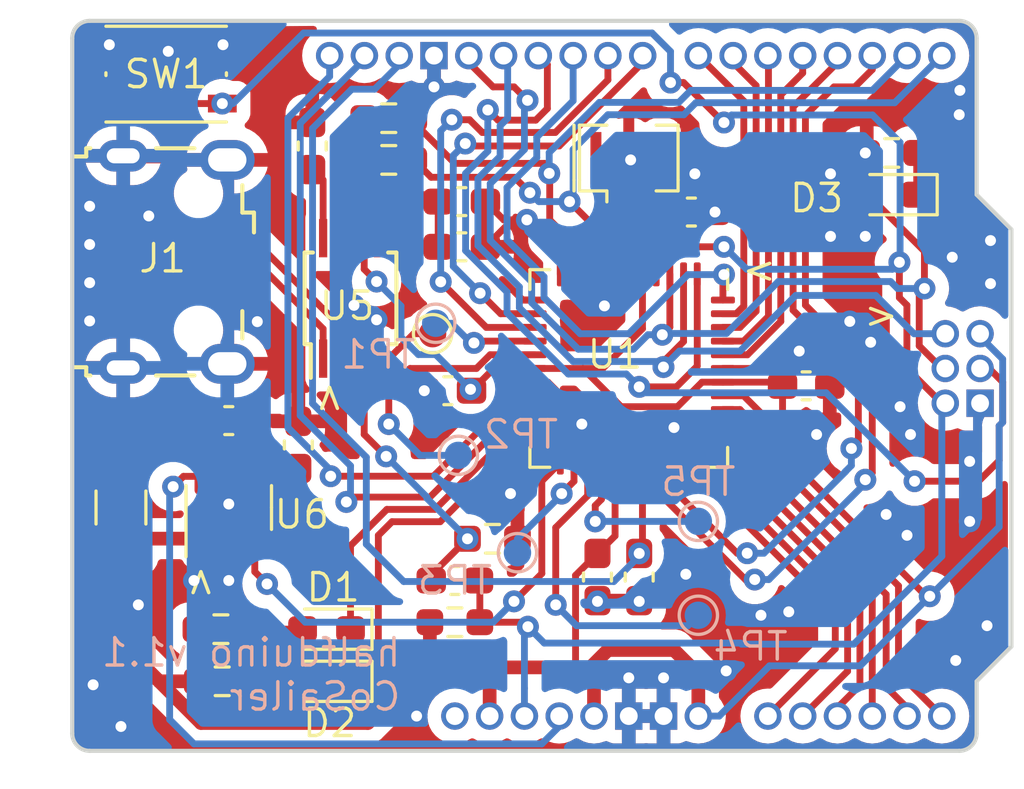
<source format=kicad_pcb>
(kicad_pcb (version 20221018) (generator pcbnew)
  (layers (0 "F.Cu" signal) (31 "B.Cu" signal) (34 "B.Paste" user) (35 "F.Paste" user) (36 "B.SilkS" user "B.Silkscreen") (37 "F.SilkS" user "F.Silkscreen") (38 "B.Mask" user) (39 "F.Mask" user) (44 "Edge.Cuts" user))
  (net 0 "")
  (net 1 "+5V")
  (net 2 "GND")
  (net 3 "Net-(D1-K)")
  (net 4 "Net-(D1-A)")
  (net 5 "Net-(D2-K)")
  (net 6 "Net-(D2-A)")
  (net 7 "Net-(U5-V3)")
  (net 9 "MISO")
  (net 10 "SCK")
  (net 11 "MOSI")
  (net 13 "AREF")
  (net 14 "RESET")
  (net 15 "IO8")
  (net 16 "IO9")
  (net 17 "SS")
  (net 18 "SDA")
  (net 19 "SCL")
  (net 20 "AD5")
  (net 21 "AD4")
  (net 22 "AD3")
  (net 23 "AD2")
  (net 24 "AD1")
  (net 25 "AD0")
  (net 26 "IO7")
  (net 27 "IO6")
  (net 28 "IO5")
  (net 29 "IO4")
  (net 30 "IO3")
  (net 31 "IO2")
  (net 32 "IO1")
  (net 33 "IO0")
  (net 34 "Net-(U5-~{RTS})")
  (net 35 "Net-(J1-D-)")
  (net 36 "Net-(U1-XTAL2)")
  (net 37 "Net-(U1-XTAL1)")
  (net 38 "Net-(J1-D+)")
  (net 39 "M32RX")
  (net 40 "M32TX")
  (net 41 "unconnected-(U1-PD2-Pad11)")
  (net 42 "unconnected-(U1-PD3-Pad12)")
  (net 44 "Net-(U6-BP)")
  (net 45 "+3.3V")
  (net 46 "3V3EN")
  (net 47 "Net-(U1-PD6)")
  (net 48 "Net-(U1-PD7)")
  (net 49 "Net-(U1-PC5)")
  (net 50 "Net-(U1-PC6)")
  (net 51 "Net-(U1-PC7)")
  (net 52 "Net-(U5-~{CTS})")
  (net 53 "Net-(J1-VBUS)")
  (net 54 "Net-(D3-K)")
  (footprint "Connector_PinHeader_1.27mm:PinHeader_1x08_P1.27mm_Vertical" (layer "F.Cu") (at 97.79 86.36 90)
    (fp_text reference "J3" hide)
    (fp_text value "POWER")
  )
  (footprint "footprint_cosailer:QFN-44-1EP_7x7mm_P0.5mm_EP5.15x5.15mm_no_pad" (layer "F.Cu") (at 104.14 73.66 -90)
    (fp_text reference "U1")
    (fp_text value "ATmega32-16M")
  )
  (footprint "Resistor_SMD:R_0603_1608Metric_Pad0.98x0.95mm_HandSolder" (layer "F.Cu") (at 95.377 66.04 180)
    (fp_text reference "R4" hide)
    (fp_text value "1K")
  )
  (footprint "Capacitor_SMD:C_0603_1608Metric_Pad1.08x0.95mm_HandSolder" (layer "F.Cu") (at 98.044 69.215)
    (fp_text reference "C20" hide)
    (fp_text value "22uf")
  )
  (footprint "Resistor_SMD:R_0603_1608Metric_Pad0.98x0.95mm_HandSolder" (layer "F.Cu") (at 97.79 82.931)
    (fp_text reference "R6" hide)
    (fp_text value "100K")
  )
  (footprint "Capacitor_SMD:C_0603_1608Metric_Pad1.08x0.95mm_HandSolder" (layer "F.Cu") (at 104.521 81.28 -90)
    (fp_text reference "C4" hide)
    (fp_text value "100nf")
  )
  (footprint "Resistor_SMD:R_0603_1608Metric_Pad0.98x0.95mm_HandSolder" (layer "F.Cu") (at 95.377 64.516 180)
    (fp_text reference "R5" hide)
    (fp_text value "1K")
  )
  (footprint "Connector_PinHeader_1.27mm:PinHeader_1x10_P1.27mm_Vertical" (layer "F.Cu") (at 93.218 62.23 90)
    (fp_text reference "J4" hide)
    (fp_text value "IOH")
  )
  (footprint "Capacitor_SMD:C_0603_1608Metric_Pad1.08x0.95mm_HandSolder" (layer "F.Cu") (at 92.075 76.454 90)
    (fp_text reference "C22" hide)
    (fp_text value "470pf")
  )
  (footprint "Capacitor_SMD:C_0603_1608Metric_Pad1.08x0.95mm_HandSolder" (layer "F.Cu") (at 97.79 81.407)
    (fp_text reference "C21" hide)
    (fp_text value "1uf")
  )
  (footprint "Capacitor_SMD:C_0603_1608Metric_Pad1.08x0.95mm_HandSolder" (layer "F.Cu") (at 98.044 67.564)
    (fp_text reference "C19" hide)
    (fp_text value "100nf")
  )
  (footprint "Capacitor_SMD:C_0603_1608Metric_Pad1.08x0.95mm_HandSolder" (layer "F.Cu") (at 92.583 65.532 90)
    (fp_text reference "C18" hide)
    (fp_text value "100nf")
  )
  (footprint "Resistor_SMD:R_0603_1608Metric_Pad0.98x0.95mm_HandSolder" (layer "F.Cu") (at 89.295 85.09)
    (fp_text reference "R3" hide)
    (fp_text value "2K")
  )
  (footprint "LED_SMD:LED_0603_1608Metric_Pad1.05x0.95mm_HandSolder" (layer "F.Cu") (at 113.7412 67.31 180)
    (fp_text reference "D3")
    (fp_text value "LED")
  )
  (footprint "Capacitor_SMD:C_0603_1608Metric_Pad1.08x0.95mm_HandSolder" (layer "F.Cu") (at 97.536 74.4728 180)
    (fp_text reference "C5" hide)
    (fp_text value "100nf")
  )
  (footprint "Capacitor_SMD:C_0603_1608Metric_Pad1.08x0.95mm_HandSolder" (layer "F.Cu") (at 102.997 81.28 -90)
    (fp_text reference "C7" hide)
    (fp_text value "100nf")
  )
  (footprint "Capacitor_SMD:C_0603_1608Metric_Pad1.08x0.95mm_HandSolder" (layer "F.Cu") (at 110.617 74.295)
    (fp_text reference "C3" hide)
    (fp_text value "100nf")
  )
  (footprint "Capacitor_SMD:C_0603_1608Metric_Pad1.08x0.95mm_HandSolder" (layer "F.Cu") (at 89.535 75.565)
    (fp_text reference "C23" hide)
    (fp_text value "2.2uf")
  )
  (footprint "Connector_PinHeader_1.27mm:PinHeader_2x03_P1.27mm_Vertical" (layer "F.Cu") (at 115.697 72.39)
    (fp_text reference "J2" hide)
    (fp_text value "ICSP")
  )
  (footprint "Resistor_SMD:R_0603_1608Metric_Pad0.98x0.95mm_HandSolder" (layer "F.Cu") (at 99.1635 79.883)
    (fp_text reference "R17" hide)
    (fp_text value "4.7K")
  )
  (footprint "LED_SMD:LED_0603_1608Metric_Pad1.05x0.95mm_HandSolder" (layer "F.Cu") (at 93.105 83.185 180)
    (fp_text reference "D1")
    (fp_text value "LED")
  )
  (footprint "Connector_PinHeader_1.27mm:PinHeader_1x06_P1.27mm_Vertical" (layer "F.Cu") (at 109.22 86.36 90)
    (fp_text reference "J5" hide)
    (fp_text value "AD")
  )
  (footprint "TestPoint:TestPoint_Pad_D1.0mm" (layer "F.Cu") (at 96.9772 72.39)
    (fp_text reference "TPCTS6" hide)
    (fp_text value "TestPoint")
  )
  (footprint "Fuse:Fuse_1206_3216Metric" (layer "F.Cu") (at 85.598 78.74 -90)
    (fp_text reference "F1" hide)
    (fp_text value "Polyfuse")
  )
  (footprint "LED_SMD:LED_0603_1608Metric_Pad1.05x0.95mm_HandSolder" (layer "F.Cu") (at 93.105 85.09 180)
    (fp_text reference "D2")
    (fp_text value "LED")
  )
  (footprint "Connector_USB:USB_Micro-B_Wuerth_629105150521" (layer "F.Cu") (at 87.63 69.765 -90)
    (fp_text reference "J1")
    (fp_text value "USB")
  )
  (footprint "Package_SO:MSOP-10_3x3mm_P0.5mm" (layer "F.Cu") (at 93.98 71.0995 90)
    (fp_text reference "U5")
    (fp_text value "CH340E")
  )
  (footprint "Crystal:Resonator_SMD_Murata_CSTxExxV-3Pin_3.0x1.1mm" (layer "F.Cu") (at 104.14 65.9722)
    (fp_text reference "Y1" hide)
    (fp_text value "16Mhz")
  )
  (footprint "Resistor_SMD:R_0603_1608Metric_Pad0.98x0.95mm_HandSolder" (layer "F.Cu") (at 113.7412 65.786)
    (fp_text reference "R18" hide)
    (fp_text value "2K")
  )
  (footprint "Capacitor_SMD:C_0603_1608Metric_Pad1.08x0.95mm_HandSolder" (layer "F.Cu") (at 106.426 67.945)
    (fp_text reference "C9" hide)
    (fp_text value "100nf")
  )
  (footprint "Package_TO_SOT_SMD:SOT-23-5" (layer "F.Cu") (at 89.535 78.74 90)
    (fp_text reference "U6")
    (fp_text value "MIC5205-3.3YM5")
  )
  (footprint "Connector_PinHeader_1.27mm:PinHeader_1x08_P1.27mm_Vertical" (layer "F.Cu") (at 106.68 62.23 90)
    (fp_text reference "J6" hide)
    (fp_text value "IOL")
  )
  (footprint "Resistor_SMD:R_0603_1608Metric_Pad0.98x0.95mm_HandSolder" (layer "F.Cu") (at 89.248 83.185)
    (fp_text reference "R2" hide)
    (fp_text value "2K")
  )
  (footprint "Button_Switch_SMD:SW_Push_1P1T_NO_Vertical_Wuerth_434133025816" (layer "F.Cu") (at 87.249 62.907)
    (fp_text reference "SW1")
    (fp_text value "SW_Push")
  )
  (footprint "TestPoint:TestPoint_Pad_D1.0mm" (layer "B.Cu") (at 97.917 76.835 180)
    (fp_text reference "TP2")
    (fp_text value "TestPoint")
  )
  (footprint "TestPoint:TestPoint_Pad_D1.0mm" (layer "B.Cu") (at 97.091 72.009 180)
    (fp_text reference "TP1")
    (fp_text value "TestPoint")
  )
  (footprint "TestPoint:TestPoint_Pad_D1.0mm" (layer "B.Cu") (at 106.68 82.677 180)
    (fp_text reference "TP4")
    (fp_text value "TestPoint")
  )
  (footprint "TestPoint:TestPoint_Pad_D1.0mm" (layer "B.Cu") (at 106.68 79.248 180)
    (fp_text reference "TP5")
    (fp_text value "TestPoint")
  )
  (footprint "TestPoint:TestPoint_Pad_D1.0mm" (layer "B.Cu") (at 100.076 80.391 180)
    (fp_text reference "TP3")
    (fp_text value "TestPoint")
  )
  (gr_line (start 84.455 60.96) (end 116.205 60.96) (stroke (width 0.15)) (layer "Edge.Cuts"))
  (gr_line (start 116.84 67.31) (end 118.11 68.58) (stroke (width 0.15)) (layer "Edge.Cuts"))
  (gr_arc (start 116.205 60.96) (mid 116.654013 61.145987) (end 116.84 61.595) (stroke (width 0.15)) (layer "Edge.Cuts"))
  (gr_arc (start 84.455 87.63) (mid 84.005987 87.444013) (end 83.82 86.995) (stroke (width 0.15)) (layer "Edge.Cuts"))
  (gr_arc (start 116.84 86.995) (mid 116.654013 87.444013) (end 116.205 87.63) (stroke (width 0.15)) (layer "Edge.Cuts"))
  (gr_line (start 118.11 83.82) (end 116.84 85.09) (stroke (width 0.15)) (layer "Edge.Cuts"))
  (gr_arc (start 83.82 61.595) (mid 84.005987 61.145987) (end 84.455 60.96) (stroke (width 0.15)) (layer "Edge.Cuts"))
  (gr_line (start 116.84 61.595) (end 116.84 67.31) (stroke (width 0.15)) (layer "Edge.Cuts"))
  (gr_line (start 116.84 85.09) (end 116.84 86.995) (stroke (width 0.15)) (layer "Edge.Cuts"))
  (gr_line (start 118.11 68.58) (end 118.11 83.82) (stroke (width 0.15)) (layer "Edge.Cuts"))
  (gr_line (start 116.205 87.63) (end 84.455 87.63) (stroke (width 0.15)) (layer "Edge.Cuts"))
  (gr_line (start 83.82 86.995) (end 83.82 61.595) (stroke (width 0.15)) (layer "Edge.Cuts"))
  (gr_text "halfduino v1.1\nCoSailer" (at 95.885 86.233) (layer "B.SilkS") (effects (font (size 1 1) (thickness 0.125)) (justify left bottom mirror)))
  (gr_text ">" (at 109.601 69.596 180) (layer "F.SilkS") (effects (font (size 1 1) (thickness 0.125)) (justify left bottom)))
  (gr_text ">" (at 112.649 72.263) (layer "F.SilkS") (effects (font (size 1 1) (thickness 0.125)) (justify left bottom)))
  (gr_text ">" (at 89.027 82.169 90) (layer "F.SilkS") (effects (font (size 1 1) (thickness 0.125)) (justify left bottom)))
  (gr_text ">" (at 93.726 75.438 90) (layer "F.SilkS") (effects (font (size 1 1) (thickness 0.125)) (justify left bottom)))
  (segment (start 88.519 86.614) (end 94.615 86.614) (width 0.5) (layer "F.Cu") (net 1))
  (segment (start 109.6195 74.16) (end 109.6275 74.168) (width 0.25) (layer "F.Cu") (net 1))
  (segment (start 107.5775 74.16) (end 106.815 74.16) (width 0.25) (layer "F.Cu") (net 1))
  (segment (start 85.8605 79.8775) (end 85.598 80.14) (width 0.5) (layer "F.Cu") (net 1))
  (segment (start 84.963 83.058) (end 86.995 85.09) (width 0.5) (layer "F.Cu") (net 1))
  (segment (start 103.1875 73.66) (end 104.64 72.2075) (width 0.25) (layer "F.Cu") (net 1))
  (segment (start 85.598 80.14) (end 84.963 80.775) (width 0.5) (layer "F.Cu") (net 1))
  (segment (start 102.235 84.582) (end 102.743 84.582) (width 0.5) (layer "F.Cu") (net 1))
  (segment (start 86.995 85.09) (end 88.3825 85.09) (width 0.5) (layer "F.Cu") (net 1))
  (segment (start 107.5775 74.16) (end 109.6195 74.16) (width 0.25) (layer "F.Cu") (net 1))
  (segment (start 105.918 75.057) (end 103.8606 75.057) (width 0.25) (layer "F.Cu") (net 1))
  (segment (start 102.997 80.4175) (end 102.197 81.2175) (width 0.25) (layer "F.Cu") (net 1))
  (segment (start 100.7025 73.66) (end 99.214274 73.66) (width 0.25) (layer "F.Cu") (net 1))
  (segment (start 102.197 84.544) (end 102.235 84.582) (width 0.25) (layer "F.Cu") (net 1))
  (segment (start 94.615 86.614) (end 96.647 84.582) (width 0.5) (layer "F.Cu") (net 1))
  (segment (start 94.48 68.8995) (end 94.48 67.8995) (width 0.25) (layer "F.Cu") (net 1))
  (segment (start 102.743 84.582) (end 103.378 83.947) (width 0.5) (layer "F.Cu") (net 1))
  (segment (start 104.64 70.2225) (end 104.64 68.8685) (width 0.25) (layer "F.Cu") (net 1))
  (segment (start 103.64 77.0975) (end 103.64 79.7745) (width 0.25) (layer "F.Cu") (net 1))
  (segment (start 96.8775 84.582) (end 102.235 84.582) (width 0.5) (layer "F.Cu") (net 1))
  (segment (start 99.06 86.36) (end 99.06 84.709) (width 0.5) (layer "F.Cu") (net 1))
  (segment (start 96.9275 67.31) (end 97.1815 67.564) (width 0.25) (layer "F.Cu") (net 1))
  (segment (start 102.743 84.582) (end 102.87 84.709) (width 0.5) (layer "F.Cu") (net 1))
  (segment (start 99.214274 73.66) (end 98.401474 74.4728) (width 0.25) (layer "F.Cu") (net 1))
  (segment (start 103.378 83.947) (end 105.791 83.947) (width 0.5) (layer "F.Cu") (net 1))
  (segment (start 103.8606 75.057) (end 103.64 74.8364) (width 0.25) (layer "F.Cu") (net 1))
  (segment (start 100.7025 73.66) (end 102.4636 73.66) (width 0.25) (layer "F.Cu") (net 1))
  (segment (start 115.004196 81.9828) (end 109.808 76.786604) (width 0.25) (layer "F.Cu") (net 1))
  (segment (start 104.64 72.2075) (end 104.64 70.2225) (width 0.25) (layer "F.Cu") (net 1))
  (segment (start 106.68 84.836) (end 106.68 86.36) (width 0.5) (layer "F.Cu") (net 1))
  (segment (start 102.87 86.36) (end 102.87 84.709) (width 0.5) (layer "F.Cu") (net 1))
  (segment (start 115.1298 81.9828) (end 115.004196 81.9828) (width 0.25) (layer "F.Cu") (net 1))
  (segment (start 109.808 75.495804) (end 109.7545 75.442304) (width 0.25) (layer "F.Cu") (net 1))
  (segment (start 109.7545 75.442304) (end 109.7545 74.295) (width 0.25) (layer "F.Cu") (net 1))
  (segment (start 94.48 67.8995) (end 95.0695 67.31) (width 0.25) (layer "F.Cu") (net 1))
  (segment (start 106.815 74.16) (end 105.918 75.057) (width 0.25) (layer "F.Cu") (net 1))
  (segment (start 86.995 85.09) (end 88.519 86.614) (width 0.5) (layer "F.Cu") (net 1))
  (segment (start 104.64 68.8685) (end 105.5635 67.945) (width 0.25) (layer "F.Cu") (net 1))
  (segment (start 97.1815 67.564) (end 97.1815 69.215) (width 0.25) (layer "F.Cu") (net 1))
  (segment (start 103.64 77.0975) (end 103.64 75.674695) (width 0.25) (layer "F.Cu") (net 1))
  (segment (start 94.48 68.8995) (end 94.48 70.033) (width 0.25) (layer "F.Cu") (net 1))
  (segment (start 103.64 79.7745) (end 102.997 80.4175) (width 0.25) (layer "F.Cu") (net 1))
  (segment (start 102.4636 73.66) (end 103.64 74.8364) (width 0.25) (layer "F.Cu") (net 1))
  (segment (start 88.585 79.8775) (end 85.8605 79.8775) (width 0.5) (layer "F.Cu") (net 1))
  (segment (start 84.963 80.775) (end 84.963 83.058) (width 0.5) (layer "F.Cu") (net 1))
  (segment (start 95.0695 67.31) (end 96.9275 67.31) (width 0.25) (layer "F.Cu") (net 1))
  (segment (start 96.8775 84.582) (end 96.8775 82.931) (width 0.5) (layer "F.Cu") (net 1))
  (segment (start 103.64 74.8364) (end 103.64 75.674695) (width 0.25) (layer "F.Cu") (net 1))
  (segment (start 88.3825 85.09) (end 88.3825 83.232) (width 0.25) (layer "F.Cu") (net 1))
  (segment (start 96.647 84.582) (end 96.8775 84.582) (width 0.5) (layer "F.Cu") (net 1))
  (segment (start 88.3825 83.232) (end 88.3355 83.185) (width 0.25) (layer "F.Cu") (net 1))
  (segment (start 102.197 81.2175) (end 102.197 84.544) (width 0.25) (layer "F.Cu") (net 1))
  (segment (start 105.791 83.947) (end 106.68 84.836) (width 0.5) (layer "F.Cu") (net 1))
  (segment (start 98.401474 74.4728) (end 98.361 74.422) (width 0.25) (layer "F.Cu") (net 1))
  (segment (start 98.361 74.422) (end 98.3985 74.4728) (width 0.25) (layer "F.Cu") (net 1))
  (segment (start 102.4636 73.66) (end 103.1875 73.66) (width 0.25) (layer "F.Cu") (net 1))
  (segment (start 109.808 76.786604) (end 109.808 75.495804) (width 0.25) (layer "F.Cu") (net 1))
  (segment (start 94.48 70.033) (end 94.932 70.485) (width 0.25) (layer "F.Cu") (net 1))
  (via (at 98.361 74.422) (size 0.8) (drill 0.4) (layers "F.Cu" "B.Cu") (net 1))
  (via (at 115.1298 81.9828) (size 0.8) (drill 0.4) (layers "F.Cu" "B.Cu") (net 1))
  (via (at 94.932 70.485) (size 0.8) (drill 0.4) (layers "F.Cu" "B.Cu") (net 1))
  (segment (start 95.821 72.517) (end 96.456 73.152) (width 0.25) (layer "B.Cu") (net 1))
  (segment (start 117.792 73.318273) (end 116.863727 72.39) (width 0.25) (layer "B.Cu") (net 1))
  (segment (start 115.1298 81.9828) (end 117.665 79.4476) (width 0.25) (layer "B.Cu") (net 1))
  (segment (start 95.821 71.374) (end 95.821 72.517) (width 0.25) (layer "B.Cu") (net 1))
  (segment (start 109.278 84.524) (end 112.5886 84.524) (width 0.25) (layer "B.Cu") (net 1))
  (segment (start 106.68 86.36) (end 107.442 86.36) (width 0.25) (layer "B.Cu") (net 1))
  (segment (start 112.5886 84.524) (end 115.1298 81.9828) (width 0.25) (layer "B.Cu") (net 1))
  (segment (start 117.665 75.755) (end 117.792 75.628) (width 0.25) (layer "B.Cu") (net 1))
  (segment (start 107.442 86.36) (end 109.278 84.524) (width 0.25) (layer "B.Cu") (net 1))
  (segment (start 117.792 75.628) (end 117.792 73.318273) (width 0.25) (layer "B.Cu") (net 1))
  (segment (start 96.456 73.152) (end 97.091 73.152) (width 0.25) (layer "B.Cu") (net 1))
  (segment (start 97.091 73.152) (end 98.361 74.422) (width 0.25) (layer "B.Cu") (net 1))
  (segment (start 117.665 79.4476) (end 117.665 75.755) (width 0.25) (layer "B.Cu") (net 1))
  (segment (start 94.932 70.485) (end 95.821 71.374) (width 0.25) (layer "B.Cu") (net 1))
  (segment (start 90.3975 75.565) (end 89.535 76.4275) (width 0.25) (layer "F.Cu") (net 2))
  (segment (start 101.188008 74.16) (end 100.7025 74.16) (width 0.25) (layer "F.Cu") (net 2))
  (segment (start 102.4255 75.397492) (end 101.188008 74.16) (width 0.25) (layer "F.Cu") (net 2))
  (segment (start 100.4195 68.231179) (end 99.573679 68.231179) (width 0.25) (layer "F.Cu") (net 2))
  (segment (start 98.9065 67.564) (end 98.9065 69.215) (width 0.25) (layer "F.Cu") (net 2))
  (segment (start 103.474008 71.374) (end 104.14 70.708008) (width 0.25) (layer "F.Cu") (net 2))
  (segment (start 89.48 66.04) (end 85.83 66.04) (width 0.25) (layer "F.Cu") (net 2))
  (segment (start 89.692 71.065) (end 90.5764 71.9494) (width 0.25) (layer "F.Cu") (net 2))
  (segment (start 85.83 66.04) (end 85.68 65.89) (width 0.25) (layer "F.Cu") (net 2))
  (segment (start 85.68 65.89) (end 85.68 73.64) (width 0.25) (layer "F.Cu") (net 2))
  (segment (start 107.5775 73.66) (end 109.056505 73.66) (width 0.25) (layer "F.Cu") (net 2))
  (segment (start 102.4255 75.692) (end 102.4255 75.397492) (width 0.25) (layer "F.Cu") (net 2))
  (segment (start 93.98 73.2995) (end 93.98 71.4805) (width 0.25) (layer "F.Cu") (net 2))
  (segment (start 105.791 75.819) (end 104.932992 75.819) (width 0.25) (layer "F.Cu") (net 2))
  (segment (start 89.535 76.4275) (end 89.535 78.613) (width 0.25) (layer "F.Cu") (net 2))
  (segment (start 89.53 73.44) (end 89.48 73.49) (width 0.25) (layer "F.Cu") (net 2))
  (segment (start 89.535 78.613) (end 89.535 79.8775) (width 0.5) (layer "F.Cu") (net 2))
  (segment (start 89.53 71.065) (end 89.53 73.44) (width 0.25) (layer "F.Cu") (net 2))
  (segment (start 104.14 76.611992) (end 104.14 77.0975) (width 0.25) (layer "F.Cu") (net 2))
  (segment (start 110.998 76.073) (end 111.4795 75.5915) (width 0.25) (layer "F.Cu") (net 2))
  (segment (start 109.687206 73.029299) (end 110.358701 73.029299) (width 0.25) (layer "F.Cu") (net 2))
  (segment (start 89.53 71.065) (end 89.692 71.065) (width 0.25) (layer "F.Cu") (net 2))
  (segment (start 110.358701 73.029299) (end 110.363 73.025) (width 0.25) (layer "F.Cu") (net 2))
  (segment (start 99.573679 68.231179) (end 98.9065 67.564) (width 0.25) (layer "F.Cu") (net 2))
  (segment (start 100.4195 68.231179) (end 99.890321 68.231179) (width 0.25) (layer "F.Cu") (net 2))
  (segment (start 89.535 79.8775) (end 89.535 81.407) (width 0.5) (layer "F.Cu") (net 2))
  (segment (start 89.535 81.407) (end 88.265 81.407) (width 0.5) (layer "F.Cu") (net 2))
  (segment (start 99.890321 68.231179) (end 98.9065 69.215) (width 0.25) (layer "F.Cu") (net 2))
  (segment (start 109.056505 73.66) (end 109.687206 73.029299) (width 0.25) (layer "F.Cu") (net 2))
  (segment (start 104.932992 75.819) (end 104.14 76.611992) (width 0.25) (layer "F.Cu") (net 2))
  (segment (start 111.4795 74.1415) (end 111.4795 74.295) (width 0.25) (layer "F.Cu") (net 2))
  (segment (start 110.363 73.025) (end 111.4795 74.1415) (width 0.25) (layer "F.Cu") (net 2))
  (segment (start 104.14 70.708008) (end 104.14 70.2225) (width 0.25) (layer "F.Cu") (net 2))
  (segment (start 93.98 71.4805) (end 94.107 71.3535) (width 0.25) (layer "F.Cu") (net 2))
  (segment (start 97.028 62.23) (end 97.028 63.373) (width 0.25) (layer "F.Cu") (net 2))
  (segment (start 103.251 71.374) (end 103.474008 71.374) (width 0.25) (layer "F.Cu") (net 2))
  (segment (start 111.4795 75.5915) (end 111.4795 74.295) (width 0.25) (layer "F.Cu") (net 2))
  (via (at 102.997 82.169) (size 0.8) (drill 0.4) (layers "F.Cu" "B.Cu") (net 2))
  (via (at 102.4255 75.692) (size 0.8) (drill 0.4) (layers "F.Cu" "B.Cu") (net 2))
  (via (at 104.14 84.963) (size 0.8) (drill 0.4) (layers "F.Cu" "B.Cu") (net 2))
  (via (at 110.363 73.025) (size 0.8) (drill 0.4) (layers "F.Cu" "B.Cu") (net 2))
  (via (at 105.41 84.963) (size 0.8) (drill 0.4) (layers "F.Cu" "B.Cu") (net 2))
  (via (at 105.791 75.819) (size 0.8) (drill 0.4) (layers "F.Cu" "B.Cu") (net 2))
  (via (at 84.455 70.527) (size 0.8) (drill 0.4) (layers "F.Cu" "B.Cu") (net 2))
  (via (at 84.455 67.733) (size 0.8) (drill 0.4) (layers "F.Cu" "B.Cu") (net 2))
  (via (at 113.538 78.994) (size 0.8) (drill 0.4) (layers "F.Cu" "B.Cu") (net 2))
  (via (at 108.966 82.677) (size 0.8) (drill 0.4) (layers "F.Cu" "B.Cu") (net 2))
  (via (at 117.221 83.058) (size 0.8) (drill 0.4) (layers "F.Cu" "B.Cu") (net 2))
  (via (at 116.205 64.389) (size 0.8) (drill 0.4) (layers "F.Cu" "B.Cu") (net 2))
  (via (at 85.174 61.832) (size 0.8) (drill 0.4) (layers "F.Cu" "B.Cu") (net 2))
  (via (at 104.521 82.169) (size 0.8) (drill 0.4) (layers "F.Cu" "B.Cu") (net 2))
  (via (at 94.932 71.882) (size 0.8) (drill 0.4) (layers "F.Cu" "B.Cu") (net 2))
  (via (at 112.209497 71.940503) (size 0.8) (drill 0.4) (layers "F.Cu" "B.Cu") (net 2))
  (via (at 114.3 79.756) (size 0.8) (drill 0.4) (layers "F.Cu" "B.Cu") (net 2))
  (via (at 89.535 78.613) (size 0.8) (drill 0.4) (layers "F.Cu" "B.Cu") (net 2))
  (via (at 90.5764 71.9494) (size 0.8) (drill 0.4) (layers "F.Cu" "B.Cu") (net 2))
  (via (at 114.046 75.057) (size 0.8) (drill 0.4) (layers "F.Cu" "B.Cu") (net 2))
  (via (at 107.696 84.709) (size 0.8) (drill 0.4) (layers "F.Cu" "B.Cu") (net 2))
  (via (at 87.3252 62.0725) (size 0.8) (drill 0.4) (layers "F.Cu" "B.Cu") (net 2))
  (via (at 116.2304 63.5) (size 0.8) (drill 0.4) (layers "F.Cu" "B.Cu") (net 2))
  (via (at 94.107 71.3535) (size 0.8) (drill 0.4) (layers "F.Cu" "B.Cu") (net 2))
  (via (at 117.348 68.9864) (size 0.8) (drill 0.4) (layers "F.Cu" "B.Cu") (net 2))
  (via (at 111.506 68.834) (size 0.8) (drill 0.4) (layers "F.Cu" "B.Cu") (net 2))
  (via (at 84.455 69.13) (size 0.8) (drill 0.4) (layers "F.Cu" "B.Cu") (net 2))
  (via (at 109.982 82.55) (size 0.8) (drill 0.4) (layers "F.Cu" "B.Cu") (net 2))
  (via (at 112.776 65.786) (size 0.8) (drill 0.4) (layers "F.Cu" "B.Cu") (net 2))
  (via (at 96.6735 74.4728) (size 0.8) (drill 0.4) (layers "F.Cu" "B.Cu") (net 2))
  (via (at 116.586 77.054454) (size 0.8) (drill 0.4) (layers "F.Cu" "B.Cu") (net 2))
  (via (at 86.614 68.0886) (size 0.8) (drill 0.4) (layers "F.Cu" "B.Cu") (net 2))
  (via (at 116.586 79.248) (size 0.8) (drill 0.4) (layers "F.Cu" "B.Cu") (net 2))
  (via (at 104.2078 66.04) (size 0.8) (drill 0.4) (layers "F.Cu" "B.Cu") (net 2))
  (via (at 111.506 66.548) (size 0.8) (drill 0.4) (layers "F.Cu" "B.Cu") (net 2))
  (via (at 114.427 76.073) (size 0.8) (drill 0.4) (layers "F.Cu" "B.Cu") (net 2))
  (via (at 106.553 66.548) (size 0.8) (drill 0.4) (layers "F.Cu" "B.Cu") (net 2))
  (via (at 112.776 68.834) (size 0.8) (drill 0.4) (layers "F.Cu" "B.Cu") (net 2))
  (via (at 97.028 63.373) (size 0.8) (drill 0.4) (layers "F.Cu" "B.Cu") (net 2))
  (via (at 84.582 85.217) (size 0.8) (drill 0.4) (layers "F.Cu" "B.Cu") (net 2))
  (via (at 100.4195 68.231179) (size 0.8) (drill 0.4) (layers "F.Cu" "B.Cu") (net 2))
  (via (at 110.998 76.073) (size 0.8) (drill 0.4) (layers "F.Cu" "B.Cu") (net 2))
  (via (at 106.2228 81.1784) (size 0.8) (drill 0.4) (layers "F.Cu" "B.Cu") (net 2))
  (via (at 89.324 61.832) (size 0.8) (drill 0.4) (layers "F.Cu" "B.Cu") (net 2))
  (via (at 112.971497 72.702503) (size 0.8) (drill 0.4) (layers "F.Cu" "B.Cu") (net 2))
  (via (at 103.251 71.374) (size 0.8) (drill 0.4) (layers "F.Cu" "B.Cu") (net 2))
  (via (at 84.455 71.924) (size 0.8) (drill 0.4) (layers "F.Cu" "B.Cu") (net 2))
  (via (at 116.078 84.328) (size 0.8) (drill 0.4) (layers "F.Cu" "B.Cu") (net 2))
  (via (at 107.2885 67.945) (size 0.8) (drill 0.4) (layers "F.Cu" "B.Cu") (net 2))
  (via (at 115.951 69.596) (size 0.8) (drill 0.4) (layers "F.Cu" "B.Cu") (net 2))
  (via (at 88.265 81.407) (size 0.8) (drill 0.4) (layers "F.Cu" "B.Cu") (net 2))
  (via (at 89.535 81.407) (size 0.8) (drill 0.4) (layers "F.Cu" "B.Cu") (net 2))
  (via (at 85.598 86.741) (size 0.8) (drill 0.4) (layers "F.Cu" "B.Cu") (net 2))
  (via (at 96.393 86.36) (size 0.8) (drill 0.4) (layers "F.Cu" "B.Cu") (net 2))
  (via (at 117.348 70.5612) (size 0.8) (drill 0.4) (layers "F.Cu" "B.Cu") (net 2))
  (via (at 86.233 82.296) (size 0.8) (drill 0.4) (layers "F.Cu" "B.Cu") (net 2))
  (via (at 99.822 78.232) (size 0.8) (drill 0.4) (layers "F.Cu" "B.Cu") (net 2))
  (segment (start 116.84 76.800454) (end 116.84 74.93) (width 0.25) (layer "B.Cu") (net 2))
  (segment (start 116.586 77.054454) (end 116.84 76.800454) (width 0.25) (layer "B.Cu") (net 2))
  (segment (start 95.308 78.809) (end 93.98 80.137) (width 0.25) (layer "F.Cu") (net 3))
  (segment (start 100.216992 75.66) (end 97.067992 78.809) (width 0.25) (layer "F.Cu") (net 3))
  (segment (start 93.98 80.137) (end 93.98 83.185) (width 0.25) (layer "F.Cu") (net 3))
  (segment (start 97.067992 78.809) (end 95.308 78.809) (width 0.25) (layer "F.Cu") (net 3))
  (segment (start 100.7025 75.66) (end 100.216992 75.66) (width 0.25) (layer "F.Cu") (net 3))
  (segment (start 90.1605 83.185) (end 92.23 83.185) (width 0.25) (layer "F.Cu") (net 4))
  (segment (start 94.996 84.963) (end 94.869 85.09) (width 0.25) (layer "F.Cu") (net 5))
  (segment (start 95.494396 79.259) (end 94.996 79.757396) (width 0.25) (layer "F.Cu") (net 5))
  (segment (start 100.353388 76.16) (end 97.254388 79.259) (width 0.25) (layer "F.Cu") (net 5))
  (segment (start 94.996 79.757396) (end 94.996 84.963) (width 0.25) (layer "F.Cu") (net 5))
  (segment (start 100.7025 76.16) (end 100.353388 76.16) (width 0.25) (layer "F.Cu") (net 5))
  (segment (start 97.254388 79.259) (end 95.494396 79.259) (width 0.25) (layer "F.Cu") (net 5))
  (segment (start 94.869 85.09) (end 93.98 85.09) (width 0.25) (layer "F.Cu") (net 5))
  (segment (start 90.2075 85.09) (end 92.23 85.09) (width 0.25) (layer "F.Cu") (net 6))
  (segment (start 92.98 68.8995) (end 92.98 66.771) (width 0.25) (layer "F.Cu") (net 7))
  (segment (start 105.405701 73.410299) (end 106.14 72.676) (width 0.25) (layer "F.Cu") (net 9))
  (segment (start 106.14 72.676) (end 106.14 70.2225) (width 0.25) (layer "F.Cu") (net 9))
  (segment (start 105.405701 73.608) (end 105.405701 73.410299) (width 0.25) (layer "F.Cu") (net 9))
  (via (at 105.405701 73.608) (size 0.8) (drill 0.4) (layers "F.Cu" "B.Cu") (net 9))
  (segment (start 98.632 66.720604) (end 99.442899 65.909705) (width 0.25) (layer "B.Cu") (net 9))
  (segment (start 105.405701 73.608) (end 105.203701 73.406) (width 0.25) (layer "B.Cu") (net 9))
  (segment (start 99.442899 65.909705) (end 99.442899 64.791197) (width 0.25) (layer "B.Cu") (net 9))
  (segment (start 108.204 73.025) (end 110.236 70.993) (width 0.25) (layer "B.Cu") (net 9))
  (segment (start 99.442899 64.791197) (end 99.717899 64.516197) (width 0.25) (layer "B.Cu") (net 9))
  (segment (start 100.145 70.680293) (end 98.632 69.167293) (width 0.25) (layer "B.Cu") (net 9))
  (segment (start 105.203701 73.406) (end 102.109396 73.406) (width 0.25) (layer "B.Cu") (net 9))
  (segment (start 102.109396 73.406) (end 100.145 71.441604) (width 0.25) (layer "B.Cu") (net 9))
  (segment (start 98.632 69.167293) (end 98.632 66.720604) (width 0.25) (layer "B.Cu") (net 9))
  (segment (start 114.554 72.39) (end 115.57 72.39) (width 0.25) (layer "B.Cu") (net 9))
  (segment (start 105.988701 73.025) (end 108.204 73.025) (width 0.25) (layer "B.Cu") (net 9))
  (segment (start 100.145 71.441604) (end 100.145 70.680293) (width 0.25) (layer "B.Cu") (net 9))
  (segment (start 99.717899 64.516197) (end 99.717899 62.379899) (width 0.25) (layer "B.Cu") (net 9))
  (segment (start 99.717899 62.379899) (end 99.568 62.23) (width 0.25) (layer "B.Cu") (net 9))
  (segment (start 110.236 70.993) (end 113.157 70.993) (width 0.25) (layer "B.Cu") (net 9))
  (segment (start 113.157 70.993) (end 114.554 72.39) (width 0.25) (layer "B.Cu") (net 9))
  (segment (start 105.405701 73.608) (end 105.988701 73.025) (width 0.25) (layer "B.Cu") (net 9))
  (segment (start 114.745 72.835) (end 115.57 73.66) (width 0.25) (layer "F.Cu") (net 10))
  (segment (start 105.363467 72.427935) (end 105.64 72.151402) (width 0.25) (layer "F.Cu") (net 10))
  (segment (start 114.935 70.739) (end 114.745 70.929) (width 0.25) (layer "F.Cu") (net 10))
  (segment (start 100.442399 63.863698) (end 99.951701 63.373) (width 0.25) (layer "F.Cu") (net 10))
  (segment (start 114.745 70.929) (end 114.745 72.835) (width 0.25) (layer "F.Cu") (net 10))
  (segment (start 114.935 70.739) (end 114.935 69.3788) (width 0.25) (layer "F.Cu") (net 10))
  (segment (start 114.935 69.3788) (end 112.8662 67.31) (width 0.25) (layer "F.Cu") (net 10))
  (segment (start 105.64 72.151402) (end 105.64 70.2225) (width 0.25) (layer "F.Cu") (net 10))
  (segment (start 98.298 62.484) (end 98.298 62.23) (width 0.25) (layer "F.Cu") (net 10))
  (segment (start 99.187 63.373) (end 98.298 62.484) (width 0.25) (layer "F.Cu") (net 10))
  (segment (start 99.951701 63.373) (end 99.187 63.373) (width 0.25) (layer "F.Cu") (net 10))
  (via (at 100.442399 63.863698) (size 0.8) (drill 0.4) (layers "F.Cu" "B.Cu") (net 10))
  (via (at 105.363467 72.427935) (size 0.8) (drill 0.4) (layers "F.Cu" "B.Cu") (net 10))
  (via (at 114.935 70.739) (size 0.8) (drill 0.4) (layers "F.Cu" "B.Cu") (net 10))
  (segment (start 109.601 70.485) (end 107.704598 72.381402) (width 0.25) (layer "B.Cu") (net 10))
  (segment (start 100.595 71.255208) (end 102.295792 72.956) (width 0.25) (layer "B.Cu") (net 10))
  (segment (start 105.41 72.381402) (end 105.363467 72.427935) (width 0.25) (layer "B.Cu") (net 10))
  (segment (start 113.954553 70.739) (end 113.700553 70.485) (width 0.25) (layer "B.Cu") (net 10))
  (segment (start 99.082 66.907) (end 99.082 68.980897) (width 0.25) (layer "B.Cu") (net 10))
  (segment (start 104.311581 72.956) (end 104.839646 72.427935) (width 0.25) (layer "B.Cu") (net 10))
  (segment (start 114.935 70.739) (end 113.954553 70.739) (width 0.25) (layer "B.Cu") (net 10))
  (segment (start 104.839646 72.427935) (end 105.363467 72.427935) (width 0.25) (layer "B.Cu") (net 10))
  (segment (start 100.33 65.659) (end 99.082 66.907) (width 0.25) (layer "B.Cu") (net 10))
  (segment (start 100.33 63.976097) (end 100.33 65.659) (width 0.25) (layer "B.Cu") (net 10))
  (segment (start 107.704598 72.381402) (end 105.41 72.381402) (width 0.25) (layer "B.Cu") (net 10))
  (segment (start 113.700553 70.485) (end 109.601 70.485) (width 0.25) (layer "B.Cu") (net 10))
  (segment (start 102.295792 72.956) (end 104.311581 72.956) (width 0.25) (layer "B.Cu") (net 10))
  (segment (start 100.595 70.493897) (end 100.595 71.255208) (width 0.25) (layer "B.Cu") (net 10))
  (segment (start 100.442399 63.863698) (end 100.33 63.976097) (width 0.25) (layer "B.Cu") (net 10))
  (segment (start 99.082 68.980897) (end 100.595 70.493897) (width 0.25) (layer "B.Cu") (net 10))
  (segment (start 99.365205 64.588198) (end 100.743204 64.588198) (width 0.25) (layer "F.Cu") (net 11))
  (segment (start 106.64 73.573) (end 106.64 70.2225) (width 0.25) (layer "F.Cu") (net 11))
  (segment (start 105.8805 74.3325) (end 106.64 73.573) (width 0.25) (layer "F.Cu") (net 11))
  (segment (start 116.912046 77.778954) (end 117.665 77.026) (width 0.25) (layer "F.Cu") (net 11))
  (segment (start 104.521 74.3325) (end 105.8805 74.3325) (width 0.25) (layer "F.Cu") (net 11))
  (segment (start 114.574585 77.778954) (end 116.912046 77.778954) (width 0.25) (layer "F.Cu") (net 11))
  (segment (start 100.743204 64.588198) (end 101.167399 64.164003) (width 0.25) (layer "F.Cu") (net 11))
  (segment (start 117.2972 73.66) (end 116.967 73.66) (width 0.25) (layer "F.Cu") (net 11))
  (segment (start 98.992899 64.215892) (end 99.365205 64.588198) (width 0.25) (layer "F.Cu") (net 11))
  (segment (start 117.792 74.1548) (end 117.2972 73.66) (width 0.25) (layer "F.Cu") (net 11))
  (segment (start 117.665 77.026) (end 117.665 75.755) (width 0.25) (layer "F.Cu") (net 11))
  (segment (start 117.665 75.755) (end 117.792 75.628) (width 0.25) (layer "F.Cu") (net 11))
  (segment (start 101.167399 62.559399) (end 100.838 62.23) (width 0.25) (layer "F.Cu") (net 11))
  (segment (start 101.167399 64.164003) (end 101.167399 62.559399) (width 0.25) (layer "F.Cu") (net 11))
  (segment (start 117.792 75.628) (end 117.792 74.1548) (width 0.25) (layer "F.Cu") (net 11))
  (via (at 98.992899 64.215892) (size 0.8) (drill 0.4) (layers "F.Cu" "B.Cu") (net 11))
  (via (at 104.521 74.3325) (size 0.8) (drill 0.4) (layers "F.Cu" "B.Cu") (net 11))
  (via (at 114.574585 77.778954) (size 0.8) (drill 0.4) (layers "F.Cu" "B.Cu") (net 11))
  (segment (start 101.9302 73.8632) (end 104.0517 73.8632) (width 0.25) (layer "B.Cu") (net 11))
  (segment (start 98.182 66.534208) (end 98.182 69.353689) (width 0.25) (layer "B.Cu") (net 11))
  (segment (start 104.7375 74.549) (end 111.344631 74.549) (width 0.25) (layer "B.Cu") (net 11))
  (segment (start 104.0517 73.8632) (end 104.521 74.3325) (width 0.25) (layer "B.Cu") (net 11))
  (segment (start 98.182 69.353689) (end 99.695 70.866689) (width 0.25) (layer "B.Cu") (net 11))
  (segment (start 99.695 70.866689) (end 99.695 71.628) (width 0.25) (layer "B.Cu") (net 11))
  (segment (start 104.521 74.3325) (end 104.7375 74.549) (width 0.25) (layer "B.Cu") (net 11))
  (segment (start 98.992899 65.723309) (end 98.182 66.534208) (width 0.25) (layer "B.Cu") (net 11))
  (segment (start 111.344631 74.549) (end 114.574585 77.778954) (width 0.25) (layer "B.Cu") (net 11))
  (segment (start 98.992899 64.215892) (end 98.992899 65.723309) (width 0.25) (layer "B.Cu") (net 11))
  (segment (start 99.695 71.628) (end 101.9302 73.8632) (width 0.25) (layer "B.Cu") (net 11))
  (segment (start 104.521 80.4175) (end 104.64 80.2985) (width 0.25) (layer "F.Cu") (net 13))
  (segment (start 104.64 80.2985) (end 104.64 77.0975) (width 0.25) (layer "F.Cu") (net 13))
  (via (at 104.521 80.4175) (size 0.8) (drill 0.4) (layers "F.Cu" "B.Cu") (net 13))
  (segment (start 104.521 80.4175) (end 104.521 80.518) (width 0.25) (layer "B.Cu") (net 13))
  (segment (start 94.557 76.902604) (end 92.594 74.939604) (width 0.25) (layer "B.Cu") (net 13))
  (segment (start 95.758 62.559363) (end 95.758 62.23) (width 0.25) (layer "B.Cu") (net 13))
  (segment (start 94.025857 63.456935) (end 94.860428 63.456935) (width 0.25) (layer "B.Cu") (net 13))
  (segment (start 94.557 80.079) (end 94.557 76.902604) (width 0.25) (layer "B.Cu") (net 13))
  (segment (start 104.521 80.518) (end 103.595 81.444) (width 0.25) (layer "B.Cu") (net 13))
  (segment (start 95.922 81.444) (end 94.557 80.079) (width 0.25) (layer "B.Cu") (net 13))
  (segment (start 92.594 74.939604) (end 92.594 64.888792) (width 0.25) (layer "B.Cu") (net 13))
  (segment (start 103.595 81.444) (end 95.922 81.444) (width 0.25) (layer "B.Cu") (net 13))
  (segment (start 94.860428 63.456935) (end 95.758 62.559363) (width 0.25) (layer "B.Cu") (net 13))
  (segment (start 92.594 64.888792) (end 94.025857 63.456935) (width 0.25) (layer "B.Cu") (net 13))
  (segment (start 107.6155 64.6745) (end 107.6005 64.6745) (width 0.25) (layer "F.Cu") (net 14))
  (segment (start 114.295 73.655) (end 115.57 74.93) (width 0.25) (layer "F.Cu") (net 14))
  (segment (start 107.6155 69.215) (end 105.661992 69.215) (width 0.25) (layer "F.Cu") (net 14))
  (segment (start 98.7025 82.931) (end 98.7025 81.457) (width 0.25) (layer "F.Cu") (net 14))
  (segment (start 105.14 69.736992) (end 105.14 70.2225) (width 0.25) (layer "F.Cu") (net 14))
  (segment (start 105.661992 69.215) (end 105.14 69.736992) (width 0.25) (layer "F.Cu") (net 14))
  (segment (start 114.0205 71.073195) (end 114.295 71.347695) (width 0.25) (layer "F.Cu") (net 14))
  (segment (start 106.1405 63.2145) (end 105.664 63.2145) (width 0.25) (layer "F.Cu") (net 14))
  (segment (start 98.7025 81.457) (end 98.6525 81.407) (width 0.25) (layer "F.Cu") (net 14))
  (segment (start 100.2925 82.931) (end 100.457 83.0955) (width 0.25) (layer "F.Cu") (net 14))
  (segment (start 114.295 71.347695) (end 114.295 73.655) (width 0.25) (layer "F.Cu") (net 14))
  (segment (start 85.174 63.982) (end 89.299 63.982) (width 0.25) (layer "F.Cu") (net 14))
  (segment (start 107.6005 64.6745) (end 106.1405 63.2145) (width 0.25) (layer "F.Cu") (net 14))
  (segment (start 114.0205 69.779642) (end 114.0205 71.073195) (width 0.25) (layer "F.Cu") (net 14))
  (segment (start 98.7025 82.931) (end 100.2925 82.931) (width 0.25) (layer "F.Cu") (net 14))
  (via (at 107.6155 64.6745) (size 0.8) (drill 0.4) (layers "F.Cu" "B.Cu") (net 14))
  (via (at 100.457 83.0955) (size 0.8) (drill 0.4) (layers "F.Cu" "B.Cu") (net 14))
  (via (at 105.664 63.2145) (size 0.8) (drill 0.4) (layers "F.Cu" "B.Cu") (net 14))
  (via (at 107.6155 69.215) (size 0.8) (drill 0.4) (layers "F.Cu" "B.Cu") (net 14))
  (via (at 89.299 63.982) (size 0.8) (drill 0.4) (layers "F.Cu" "B.Cu") (net 14))
  (via (at 114.0205 69.779642) (size 0.8) (drill 0.4) (layers "F.Cu" "B.Cu") (net 14))
  (segment (start 100.33 86.36) (end 100.33 85.344) (width 0.25) (layer "B.Cu") (net 14))
  (segment (start 114.046 69.754142) (end 114.0205 69.779642) (width 0.25) (layer "B.Cu") (net 14))
  (segment (start 100.457 83.0955) (end 101.0545 83.693) (width 0.25) (layer "B.Cu") (net 14))
  (segment (start 105.664 63.2145) (end 105.664 62.079273) (width 0.25) (layer "B.Cu") (net 14))
  (segment (start 92.265 61.405) (end 89.688 63.982) (width 0.25) (layer "B.Cu") (net 14))
  (segment (start 113.765142 70.035) (end 108.444805 70.035) (width 0.25) (layer "B.Cu") (net 14))
  (segment (start 89.688 63.982) (end 89.299 63.982) (width 0.25) (layer "B.Cu") (net 14))
  (segment (start 100.33 83.2225) (end 100.33 85.344) (width 0.25) (layer "B.Cu") (net 14))
  (segment (start 108.259295 83.7322) (end 112.3558 83.7322) (width 0.25) (layer "B.Cu") (net 14))
  (segment (start 108.444805 70.035) (end 107.624805 69.215) (width 0.25) (layer "B.Cu") (net 14))
  (segment (start 114.046 65.405) (end 114.046 69.754142) (width 0.25) (layer "B.Cu") (net 14))
  (segment (start 108.220095 83.693) (end 108.259295 83.7322) (width 0.25) (layer "B.Cu") (net 14))
  (segment (start 115.57 80.518) (end 115.57 74.93) (width 0.25) (layer "B.Cu") (net 14))
  (segment (start 113.041 64.4) (end 114.046 65.405) (width 0.25) (layer "B.Cu") (net 14))
  (segment (start 105.664 62.079273) (end 104.989727 61.405) (width 0.25) (layer "B.Cu") (net 14))
  (segment (start 101.0545 83.693) (end 108.220095 83.693) (width 0.25) (layer "B.Cu") (net 14))
  (segment (start 107.89 64.4) (end 113.041 64.4) (width 0.25) (layer "B.Cu") (net 14))
  (segment (start 104.989727 61.405) (end 92.265 61.405) (width 0.25) (layer "B.Cu") (net 14))
  (segment (start 100.457 83.0955) (end 100.33 83.2225) (width 0.25) (layer "B.Cu") (net 14))
  (segment (start 107.624805 69.215) (end 107.6155 69.215) (width 0.25) (layer "B.Cu") (net 14))
  (segment (start 107.6155 64.6745) (end 107.89 64.4) (width 0.25) (layer "B.Cu") (net 14))
  (segment (start 112.3558 83.7322) (end 115.57 80.518) (width 0.25) (layer "B.Cu") (net 14))
  (segment (start 114.0205 69.779642) (end 113.765142 70.035) (width 0.25) (layer "B.Cu") (net 14))
  (segment (start 104.648 62.484) (end 104.648 62.23) (width 0.25) (layer "F.Cu") (net 15))
  (segment (start 98.259104 65.532) (end 101.6 65.532) (width 0.25) (layer "F.Cu") (net 15))
  (segment (start 98.712103 70.909097) (end 99.463006 71.66) (width 0.25) (layer "F.Cu") (net 15))
  (segment (start 99.463006 71.66) (end 100.7025 71.66) (width 0.25) (layer "F.Cu") (net 15))
  (segment (start 98.169604 65.4425) (end 98.259104 65.532) (width 0.25) (layer "F.Cu") (net 15))
  (segment (start 101.6 65.532) (end 104.648 62.484) (width 0.25) (layer "F.Cu") (net 15))
  (via (at 98.712103 70.909097) (size 0.8) (drill 0.4) (layers "F.Cu" "B.Cu") (net 15))
  (via (at 98.169604 65.4425) (size 0.8) (drill 0.4) (layers "F.Cu" "B.Cu") (net 15))
  (segment (start 98.169604 65.4425) (end 97.732 65.880104) (width 0.25) (layer "B.Cu") (net 15))
  (segment (start 97.732 69.928994) (end 98.712103 70.909097) (width 0.25) (layer "B.Cu") (net 15))
  (segment (start 97.732 65.880104) (end 97.732 69.928994) (width 0.25) (layer "B.Cu") (net 15))
  (segment (start 103.378 63.117604) (end 103.378 62.23) (width 0.25) (layer "F.Cu") (net 16))
  (segment (start 98.3245 64.572091) (end 98.790607 65.038198) (width 0.25) (layer "F.Cu") (net 16))
  (segment (start 97.678287 64.572091) (end 98.3245 64.572091) (width 0.25) (layer "F.Cu") (net 16))
  (segment (start 97.272704 70.494296) (end 98.938408 72.16) (width 0.25) (layer "F.Cu") (net 16))
  (segment (start 101.457406 65.038198) (end 103.378 63.117604) (width 0.25) (layer "F.Cu") (net 16))
  (segment (start 98.790607 65.038198) (end 101.457406 65.038198) (width 0.25) (layer "F.Cu") (net 16))
  (segment (start 98.938408 72.16) (end 100.7025 72.16) (width 0.25) (layer "F.Cu") (net 16))
  (via (at 97.678287 64.572091) (size 0.8) (drill 0.4) (layers "F.Cu" "B.Cu") (net 16))
  (via (at 97.272704 70.494296) (size 0.8) (drill 0.4) (layers "F.Cu" "B.Cu") (net 16))
  (segment (start 97.678287 64.572091) (end 97.272704 64.977674) (width 0.25) (layer "B.Cu") (net 16))
  (segment (start 97.272704 64.977674) (end 97.272704 70.494296) (width 0.25) (layer "B.Cu") (net 16))
  (segment (start 107.6155 70.231) (end 107.5775 70.269) (width 0.25) (layer "F.Cu") (net 17))
  (segment (start 107.5775 70.269) (end 107.5775 71.16) (width 0.25) (layer "F.Cu") (net 17))
  (via (at 107.6155 70.231) (size 0.8) (drill 0.4) (layers "F.Cu" "B.Cu") (net 17))
  (segment (start 101.045 71.068812) (end 101.045 70.307501) (width 0.25) (layer "B.Cu") (net 17))
  (segment (start 104.14 72.39) (end 102.366188 72.39) (width 0.25) (layer "B.Cu") (net 17))
  (segment (start 100.78 65.961695) (end 100.78 65.209) (width 0.25) (layer "B.Cu") (net 17))
  (segment (start 100.78 65.209) (end 102.108 63.881) (width 0.25) (layer "B.Cu") (net 17))
  (segment (start 101.045 70.307501) (end 99.695 68.957501) (width 0.25) (layer "B.Cu") (net 17))
  (segment (start 99.695 68.957501) (end 99.695 67.046695) (width 0.25) (layer "B.Cu") (net 17))
  (segment (start 102.108 63.881) (end 102.108 62.23) (width 0.25) (layer "B.Cu") (net 17))
  (segment (start 99.695 67.046695) (end 100.78 65.961695) (width 0.25) (layer "B.Cu") (net 17))
  (segment (start 106.299 70.231) (end 104.14 72.39) (width 0.25) (layer "B.Cu") (net 17))
  (segment (start 102.366188 72.39) (end 101.045 71.068812) (width 0.25) (layer "B.Cu") (net 17))
  (segment (start 107.6155 70.231) (end 106.299 70.231) (width 0.25) (layer "B.Cu") (net 17))
  (segment (start 93.8276 78.5368) (end 94.0054 78.359) (width 0.25) (layer "F.Cu") (net 18))
  (segment (start 94.0054 78.359) (end 96.881596 78.359) (width 0.25) (layer "F.Cu") (net 18))
  (segment (start 100.080596 75.16) (end 100.7025 75.16) (width 0.25) (layer "F.Cu") (net 18))
  (segment (start 96.881596 78.359) (end 100.080596 75.16) (width 0.25) (layer "F.Cu") (net 18))
  (via (at 93.8276 78.5368) (size 0.8) (drill 0.4) (layers "F.Cu" "B.Cu") (net 18))
  (segment (start 93.98 78.3844) (end 93.98 77.216) (width 0.25) (layer "B.Cu") (net 18))
  (segment (start 93.98 77.216) (end 92.144 75.38) (width 0.25) (layer "B.Cu") (net 18))
  (segment (start 92.144 75.38) (end 92.144 64.702396) (width 0.25) (layer "B.Cu") (net 18))
  (segment (start 93.8276 78.5368) (end 93.98 78.3844) (width 0.25) (layer "B.Cu") (net 18))
  (segment (start 92.144 64.702396) (end 94.488 62.358396) (width 0.25) (layer "B.Cu") (net 18))
  (segment (start 94.488 62.358396) (end 94.488 62.23) (width 0.25) (layer "B.Cu") (net 18))
  (segment (start 99.9442 74.66) (end 100.7025 74.66) (width 0.25) (layer "F.Cu") (net 19))
  (segment (start 97.0072 77.597) (end 99.9442 74.66) (width 0.25) (layer "F.Cu") (net 19))
  (segment (start 93.2555 77.597) (end 97.0072 77.597) (width 0.25) (layer "F.Cu") (net 19))
  (via (at 93.2555 77.597) (size 0.8) (drill 0.4) (layers "F.Cu" "B.Cu") (net 19))
  (segment (start 93.218 62.992) (end 93.218 62.23) (width 0.25) (layer "B.Cu") (net 19))
  (segment (start 91.694 64.516) (end 93.218 62.992) (width 0.25) (layer "B.Cu") (net 19))
  (segment (start 91.694 75.819) (end 91.694 64.516) (width 0.25) (layer "B.Cu") (net 19))
  (segment (start 93.2555 77.597) (end 93.2555 77.3805) (width 0.25) (layer "B.Cu") (net 19))
  (segment (start 93.2555 77.3805) (end 91.694 75.819) (width 0.25) (layer "B.Cu") (net 19))
  (segment (start 106.937416 77.86) (end 111.68 82.602584) (width 0.25) (layer "F.Cu") (net 20))
  (segment (start 111.68 83.9) (end 109.22 86.36) (width 0.25) (layer "F.Cu") (net 20))
  (segment (start 106.14 77.583008) (end 106.416992 77.86) (width 0.25) (layer "F.Cu") (net 20))
  (segment (start 106.416992 77.86) (end 106.937416 77.86) (width 0.25) (layer "F.Cu") (net 20))
  (segment (start 106.14 77.0975) (end 106.14 77.583008) (width 0.25) (layer "F.Cu") (net 20))
  (segment (start 111.68 82.602584) (end 111.68 83.9) (width 0.25) (layer "F.Cu") (net 20))
  (segment (start 106.811312 77.0975) (end 112.13 82.416188) (width 0.25) (layer "F.Cu") (net 21))
  (segment (start 106.64 77.0975) (end 106.811312 77.0975) (width 0.25) (layer "F.Cu") (net 21))
  (segment (start 112.13 84.72) (end 110.49 86.36) (width 0.25) (layer "F.Cu") (net 21))
  (segment (start 112.13 82.416188) (end 112.13 84.72) (width 0.25) (layer "F.Cu") (net 21))
  (segment (start 107.5775 76.16) (end 107.5775 77.227292) (width 0.25) (layer "F.Cu") (net 22))
  (segment (start 112.58 82.229792) (end 112.58 85.2352) (width 0.25) (layer "F.Cu") (net 22))
  (segment (start 111.76 86.0552) (end 111.76 86.36) (width 0.25) (layer "F.Cu") (net 22))
  (segment (start 107.5775 77.227292) (end 112.58 82.229792) (width 0.25) (layer "F.Cu") (net 22))
  (segment (start 112.58 85.2352) (end 111.76 86.0552) (width 0.25) (layer "F.Cu") (net 22))
  (segment (start 108.063008 75.66) (end 108.458 76.054992) (width 0.25) (layer "F.Cu") (net 23))
  (segment (start 108.458 77.471396) (end 113.03 82.043396) (width 0.25) (layer "F.Cu") (net 23))
  (segment (start 107.5775 75.66) (end 108.063008 75.66) (width 0.25) (layer "F.Cu") (net 23))
  (segment (start 108.458 76.054992) (end 108.458 77.471396) (width 0.25) (layer "F.Cu") (net 23))
  (segment (start 113.03 82.043396) (end 113.03 86.36) (width 0.25) (layer "F.Cu") (net 23))
  (segment (start 113.538 81.915) (end 113.538 85.2932) (width 0.25) (layer "F.Cu") (net 24))
  (segment (start 108.199404 75.16) (end 108.908 75.868596) (width 0.25) (layer "F.Cu") (net 24))
  (segment (start 114.3 86.0552) (end 114.3 86.36) (width 0.25) (layer "F.Cu") (net 24))
  (segment (start 107.5775 75.16) (end 108.199404 75.16) (width 0.25) (layer "F.Cu") (net 24))
  (segment (start 113.538 85.2932) (end 114.3 86.0552) (width 0.25) (layer "F.Cu") (net 24))
  (segment (start 108.908 75.868596) (end 108.908 77.285) (width 0.25) (layer "F.Cu") (net 24))
  (segment (start 108.908 77.285) (end 113.538 81.915) (width 0.25) (layer "F.Cu") (net 24))
  (segment (start 109.358 76.973) (end 113.988 81.603) (width 0.25) (layer "F.Cu") (net 25))
  (segment (start 109.358 75.6822) (end 109.358 76.973) (width 0.25) (layer "F.Cu") (net 25))
  (segment (start 107.5775 74.66) (end 108.3358 74.66) (width 0.25) (layer "F.Cu") (net 25))
  (segment (start 108.3358 74.66) (end 109.358 75.6822) (width 0.25) (layer "F.Cu") (net 25))
  (segment (start 113.988 81.603) (end 113.988 84.778) (width 0.25) (layer "F.Cu") (net 25))
  (segment (start 113.988 84.778) (end 115.57 86.36) (width 0.25) (layer "F.Cu") (net 25))
  (segment (start 107.5775 71.66) (end 108.063008 71.66) (width 0.25) (layer "F.Cu") (net 26))
  (segment (start 108.34 63.89) (end 106.68 62.23) (width 0.25) (layer "F.Cu") (net 26))
  (segment (start 108.34 71.383008) (end 108.34 63.89) (width 0.25) (layer "F.Cu") (net 26))
  (segment (start 108.063008 71.66) (end 108.34 71.383008) (width 0.25) (layer "F.Cu") (net 26))
  (segment (start 108.79 71.569404) (end 108.79 63.324) (width 0.25) (layer "F.Cu") (net 27))
  (segment (start 107.95 62.484) (end 107.95 62.23) (width 0.25) (layer "F.Cu") (net 27))
  (segment (start 107.5775 72.16) (end 108.199404 72.16) (width 0.25) (layer "F.Cu") (net 27))
  (segment (start 108.79 63.324) (end 107.95 62.484) (width 0.25) (layer "F.Cu") (net 27))
  (segment (start 108.199404 72.16) (end 108.79 71.569404) (width 0.25) (layer "F.Cu") (net 27))
  (segment (start 108.3358 72.66) (end 109.24 71.7558) (width 0.25) (layer "F.Cu") (net 28))
  (segment (start 109.24 62.25) (end 109.22 62.23) (width 0.25) (layer "F.Cu") (net 28))
  (segment (start 109.24 71.7558) (end 109.24 62.25) (width 0.25) (layer "F.Cu") (net 28))
  (segment (start 107.5775 72.66) (end 108.3358 72.66) (width 0.25) (layer "F.Cu") (net 28))
  (segment (start 107.5775 73.16) (end 108.472196 73.16) (width 0.25) (layer "F.Cu") (net 29))
  (segment (start 109.69 63.665) (end 110.49 62.865) (width 0.25) (layer "F.Cu") (net 29))
  (segment (start 109.69 71.942196) (end 109.69 63.665) (width 0.25) (layer "F.Cu") (net 29))
  (segment (start 108.472196 73.16) (end 109.69 71.942196) (width 0.25) (layer "F.Cu") (net 29))
  (segment (start 110.49 62.865) (end 110.49 62.23) (width 0.25) (layer "F.Cu") (net 29))
  (segment (start 105.64 77.954) (end 105.64 77.0975) (width 0.25) (layer "F.Cu") (net 30))
  (segment (start 108.463609 80.410791) (end 108.096791 80.410791) (width 0.25) (layer "F.Cu") (net 30))
  (segment (start 110.14 71.532) (end 110.14 64.104) (width 0.25) (layer "F.Cu") (net 30))
  (segment (start 108.096791 80.410791) (end 105.64 77.954) (width 0.25) (layer "F.Cu") (net 30))
  (segment (start 112.522 76.327) (end 112.522 73.914) (width 0.25) (layer "F.Cu") (net 30))
  (segment (start 112.268 76.581) (end 112.522 76.327) (width 0.25) (layer "F.Cu") (net 30))
  (segment (start 110.14 64.104) (end 111.76 62.484) (width 0.25) (layer "F.Cu") (net 30))
  (segment (start 112.522 73.914) (end 110.14 71.532) (width 0.25) (layer "F.Cu") (net 30))
  (segment (start 111.76 62.484) (end 111.76 62.23) (width 0.25) (layer "F.Cu") (net 30))
  (via (at 112.268 76.581) (size 0.8) (drill 0.4) (layers "F.Cu" "B.Cu") (net 30))
  (via (at 108.463609 80.410791) (size 0.8) (drill 0.4) (layers "F.Cu" "B.Cu") (net 30))
  (segment (start 112.051 77.433) (end 109.073209 80.410791) (width 0.25) (layer "B.Cu") (net 30))
  (segment (start 112.268 77.206695) (end 112.051 77.423695) (width 0.25) (layer "B.Cu") (net 30))
  (segment (start 112.268 76.581) (end 112.268 77.206695) (width 0.25) (layer "B.Cu") (net 30))
  (segment (start 109.073209 80.410791) (end 108.463609 80.410791) (width 0.25) (layer "B.Cu") (net 30))
  (segment (start 112.051 77.423695) (end 112.051 77.433) (width 0.25) (layer "B.Cu") (net 30))
  (segment (start 113.03 62.738) (end 113.03 62.23) (width 0.25) (layer "F.Cu") (net 31))
  (segment (start 113.03 77.47) (end 113.03 73.785604) (width 0.25) (layer "F.Cu") (net 31))
  (segment (start 112.395 63.373) (end 113.03 62.738) (width 0.25) (layer "F.Cu") (net 31))
  (segment (start 105.14 78.1144) (end 105.14 77.0975) (width 0.25) (layer "F.Cu") (net 31))
  (segment (start 108.5596 81.534) (end 105.14 78.1144) (width 0.25) (layer "F.Cu") (net 31))
  (segment (start 113.03 73.785604) (end 110.59 71.345604) (width 0.25) (layer "F.Cu") (net 31))
  (segment (start 108.576063 81.534) (end 108.5596 81.534) (width 0.25) (layer "F.Cu") (net 31))
  (segment (start 110.59 64.416) (end 111.633 63.373) (width 0.25) (layer "F.Cu") (net 31))
  (segment (start 110.59 71.345604) (end 110.59 64.416) (width 0.25) (layer "F.Cu") (net 31))
  (segment (start 108.73824 81.371823) (end 108.576063 81.534) (width 0.25) (layer "F.Cu") (net 31))
  (segment (start 111.633 63.373) (end 112.395 63.373) (width 0.25) (layer "F.Cu") (net 31))
  (segment (start 112.776 77.724) (end 113.03 77.47) (width 0.25) (layer "F.Cu") (net 31))
  (via (at 112.776 77.724) (size 0.8) (drill 0.4) (layers "F.Cu" "B.Cu") (net 31))
  (via (at 108.73824 81.371823) (size 0.8) (drill 0.4) (layers "F.Cu" "B.Cu") (net 31))
  (segment (start 112.776 77.724) (end 112.776 77.851) (width 0.25) (layer "B.Cu") (net 31))
  (segment (start 109.255177 81.371823) (end 108.73824 81.371823) (width 0.25) (layer "B.Cu") (net 31))
  (segment (start 112.776 77.851) (end 109.255177 81.371823) (width 0.25) (layer "B.Cu") (net 31))
  (segment (start 101.253212 68.233212) (end 102.14 69.12) (width 0.25) (layer "F.Cu") (net 32))
  (segment (start 96.2895 64.6665) (end 96.2895 64.516) (width 0.25) (layer "F.Cu") (net 32))
  (segment (start 102.14 69.12) (end 102.14 70.2225) (width 0.25) (layer "F.Cu") (net 32))
  (segment (start 101.253212 66.549573) (end 101.253212 68.233212) (width 0.25) (layer "F.Cu") (net 32))
  (segment (start 101.234966 66.340568) (end 101.061398 66.167) (width 0.25) (layer "F.Cu") (net 32))
  (segment (start 97.79 66.167) (end 96.2895 64.6665) (width 0.25) (layer "F.Cu") (net 32))
  (segment (start 101.234966 66.531327) (end 101.253212 66.549573) (width 0.25) (layer "F.Cu") (net 32))
  (segment (start 101.061398 66.167) (end 97.79 66.167) (width 0.25) (layer "F.Cu") (net 32))
  (segment (start 101.234966 66.531327) (end 101.234966 66.340568) (width 0.25) (layer "F.Cu") (net 32))
  (via (at 101.234966 66.531327) (size 0.8) (drill 0.4) (layers "F.Cu" "B.Cu") (net 32))
  (segment (start 101.234966 65.770034) (end 103.066 63.939) (width 0.25) (layer "B.Cu") (net 32))
  (segment (start 105.964805 63.939) (end 106.403805 63.5) (width 0.25) (layer "B.Cu") (net 32))
  (segment (start 113.03 63.5) (end 114.3 62.23) (width 0.25) (layer "B.Cu") (net 32))
  (segment (start 101.234966 66.531327) (end 101.234966 65.770034) (width 0.25) (layer "B.Cu") (net 32))
  (segment (start 106.403805 63.5) (end 113.03 63.5) (width 0.25) (layer "B.Cu") (net 32))
  (segment (start 103.066 63.939) (end 105.964805 63.939) (width 0.25) (layer "B.Cu") (net 32))
  (segment (start 99.96513 66.675) (end 96.9245 66.675) (width 0.25) (layer "F.Cu") (net 33))
  (segment (start 101.977712 67.564) (end 102.64 68.226288) (width 0.25) (layer "F.Cu") (net 33))
  (segment (start 102.64 68.226288) (end 102.64 70.2225) (width 0.25) (layer "F.Cu") (net 33))
  (segment (start 100.528212 67.238082) (end 99.96513 66.675) (width 0.25) (layer "F.Cu") (net 33))
  (segment (start 96.9245 66.675) (end 96.2895 66.04) (width 0.25) (layer "F.Cu") (net 33))
  (via (at 101.977712 67.564) (size 0.8) (drill 0.4) (layers "F.Cu" "B.Cu") (net 33))
  (via (at 100.528212 67.238082) (size 0.8) (drill 0.4) (layers "F.Cu" "B.Cu") (net 33))
  (segment (start 113.85 63.95) (end 115.57 62.23) (width 0.25) (layer "B.Cu") (net 33))
  (segment (start 103.378 64.389) (end 106.151201 64.389) (width 0.25) (layer "B.Cu") (net 33))
  (segment (start 101.977712 67.564) (end 100.85413 67.564) (width 0.25) (layer "B.Cu") (net 33))
  (segment (start 102.108 65.659) (end 103.378 64.389) (width 0.25) (layer "B.Cu") (net 33))
  (segment (start 106.151201 64.389) (end 106.590201 63.95) (width 0.25) (layer "B.Cu") (net 33))
  (segment (start 101.977712 67.564) (end 102.108 67.433712) (width 0.25) (layer "B.Cu") (net 33))
  (segment (start 106.590201 63.95) (end 113.85 63.95) (width 0.25) (layer "B.Cu") (net 33))
  (segment (start 100.85413 67.564) (end 100.528212 67.238082) (width 0.25) (layer "B.Cu") (net 33))
  (segment (start 102.108 67.433712) (end 102.108 65.659) (width 0.25) (layer "B.Cu") (net 33))
  (segment (start 94.48 76.071) (end 94.48 73.2995) (width 0.25) (layer "F.Cu") (net 34))
  (segment (start 96.9275 81.407) (end 96.9275 81.2065) (width 0.25) (layer "F.Cu") (net 34))
  (segment (start 96.9275 81.2065) (end 98.251 79.883) (width 0.25) (layer "F.Cu") (net 34))
  (segment (start 95.2815 76.8725) (end 94.48 76.071) (width 0.25) (layer "F.Cu") (net 34))
  (via (at 98.251 79.883) (size 0.8) (drill 0.4) (layers "F.Cu" "B.Cu") (net 34))
  (via (at 95.2815 76.8725) (size 0.8) (drill 0.4) (layers "F.Cu" "B.Cu") (net 34))
  (segment (start 96.768 78.4) (end 96.768 78.359) (width 0.25) (layer "B.Cu") (net 34))
  (segment (start 96.768 78.359) (end 95.2815 76.8725) (width 0.25) (layer "B.Cu") (net 34))
  (segment (start 98.251 79.883) (end 96.768 78.4) (width 0.25) (layer "B.Cu") (net 34))
  (segment (start 93.48 73.2995) (end 93.48 71.989104) (width 0.25) (layer "F.Cu") (net 35))
  (segment (start 93.48 71.989104) (end 90.605896 69.115) (width 0.25) (layer "F.Cu") (net 35))
  (segment (start 90.605896 69.115) (end 89.53 69.115) (width 0.25) (layer "F.Cu") (net 35))
  (segment (start 104.19 67.7222) (end 105.34 66.5722) (width 0.25) (layer "F.Cu") (net 36))
  (segment (start 104.19 68.784) (end 104.19 67.7222) (width 0.25) (layer "F.Cu") (net 36))
  (segment (start 103.64 70.2225) (end 103.64 69.334) (width 0.25) (layer "F.Cu") (net 36))
  (segment (start 103.64 69.334) (end 104.19 68.784) (width 0.25) (layer "F.Cu") (net 36))
  (segment (start 105.34 66.5722) (end 105.34 65.532) (width 0.25) (layer "F.Cu") (net 36))
  (segment (start 102.94 66.745) (end 102.94 65.9722) (width 0.25) (layer "F.Cu") (net 37))
  (segment (start 103.14 70.2225) (end 103.14 69.197604) (width 0.25) (layer "F.Cu") (net 37))
  (segment (start 103.14 69.197604) (end 103.505 68.832604) (width 0.25) (layer "F.Cu") (net 37))
  (segment (start 103.505 67.31) (end 102.94 66.745) (width 0.25) (layer "F.Cu") (net 37))
  (segment (start 103.505 68.832604) (end 103.505 67.31) (width 0.25) (layer "F.Cu") (net 37))
  (segment (start 92.98 72.213) (end 90.532 69.765) (width 0.25) (layer "F.Cu") (net 38))
  (segment (start 90.532 69.765) (end 89.53 69.765) (width 0.25) (layer "F.Cu") (net 38))
  (segment (start 92.98 73.2995) (end 92.98 72.213) (width 0.25) (layer "F.Cu") (net 38))
  (segment (start 93.98 68.8995) (end 93.98 66.9085) (width 0.25) (layer "F.Cu") (net 39))
  (segment (start 94.4645 66.4445) (end 94.4645 66.04) (width 0.25) (layer "F.Cu") (net 39))
  (segment (start 93.98 66.929) (end 94.4645 66.4445) (width 0.25) (layer "F.Cu") (net 39))
  (segment (start 93.48 68.8995) (end 93.48 65.48) (width 0.25) (layer "F.Cu") (net 40))
  (segment (start 93.48 65.5005) (end 94.4645 64.516) (width 0.25) (layer "F.Cu") (net 40))
  (segment (start 101.64 70.2225) (end 101.64 69.509) (width 0.25) (layer "F.Cu") (net 41))
  (segment (start 101.64 69.509) (end 101.092 68.961) (width 0.25) (layer "F.Cu") (net 41))
  (segment (start 100.7025 71.16) (end 100.2684 71.16) (width 0.25) (layer "F.Cu") (net 42))
  (segment (start 100.2684 71.16) (end 99.5172 70.4088) (width 0.25) (layer "F.Cu") (net 42))
  (segment (start 91.789 77.6025) (end 92.075 77.3165) (width 0.5) (layer "F.Cu") (net 44))
  (segment (start 90.485 77.6025) (end 91.789 77.6025) (width 0.5) (layer "F.Cu") (net 44))
  (segment (start 87.503 77.978) (end 87.8785 77.6025) (width 0.25) (layer "F.Cu") (net 45))
  (segment (start 88.585 77.6025) (end 88.585 75.6525) (width 0.5) (layer "F.Cu") (net 45))
  (segment (start 88.585 75.6525) (end 88.6725 75.565) (width 0.25) (layer "F.Cu") (net 45))
  (segment (start 87.8785 77.6025) (end 88.585 77.6025) (width 0.25) (layer "F.Cu") (net 45))
  (via (at 87.503 77.978) (size 0.8) (drill 0.4) (layers "F.Cu" "B.Cu") (net 45))
  (segment (start 88.265 87.376) (end 100.965 87.376) (width 0.25) (layer "B.Cu") (net 45))
  (segment (start 87.503 77.978) (end 87.376 78.105) (width 0.25) (layer "B.Cu") (net 45))
  (segment (start 87.376 86.487) (end 88.265 87.376) (width 0.25) (layer "B.Cu") (net 45))
  (segment (start 100.965 87.376) (end 101.6 86.741) (width 0.25) (layer "B.Cu") (net 45))
  (segment (start 87.376 78.105) (end 87.376 86.487) (width 0.25) (layer "B.Cu") (net 45))
  (segment (start 101.6 86.741) (end 101.6 86.36) (width 0.25) (layer "B.Cu") (net 45))
  (segment (start 100.965 77.7725) (end 101.64 77.0975) (width 0.25) (layer "F.Cu") (net 46))
  (segment (start 90.485 81.087) (end 90.485 79.8775) (width 0.25) (layer "F.Cu") (net 46))
  (segment (start 99.949 82.169) (end 100.965 81.153) (width 0.25) (layer "F.Cu") (net 46))
  (segment (start 90.932 81.534) (end 90.485 81.087) (width 0.25) (layer "F.Cu") (net 46))
  (segment (start 100.965 81.153) (end 100.965 77.7725) (width 0.25) (layer "F.Cu") (net 46))
  (via (at 99.949 82.169) (size 0.8) (drill 0.4) (layers "F.Cu" "B.Cu") (net 46))
  (via (at 90.932 81.534) (size 0.8) (drill 0.4) (layers "F.Cu" "B.Cu") (net 46))
  (segment (start 90.932 81.534) (end 92.329 82.931) (width 0.25) (layer "B.Cu") (net 46))
  (segment (start 99.187 82.931) (end 99.949 82.169) (width 0.25) (layer "B.Cu") (net 46))
  (segment (start 92.329 82.931) (end 99.187 82.931) (width 0.25) (layer "B.Cu") (net 46))
  (segment (start 98.552573 72.66) (end 100.7025 72.66) (width 0.25) (layer "F.Cu") (net 47))
  (segment (start 98.486381 72.726192) (end 98.552573 72.66) (width 0.25) (layer "F.Cu") (net 47))
  (via (at 98.486381 72.726192) (size 0.8) (drill 0.4) (layers "F.Cu" "B.Cu") (net 47))
  (segment (start 98.486381 72.726192) (end 98.380192 72.726192) (width 0.25) (layer "B.Cu") (net 47))
  (segment (start 98.380192 72.726192) (end 97.663 72.009) (width 0.25) (layer "B.Cu") (net 47))
  (segment (start 97.663 72.009) (end 97.091 72.009) (width 0.25) (layer "B.Cu") (net 47))
  (segment (start 96.153305 73.66) (end 98.577878 73.66) (width 0.25) (layer "F.Cu") (net 48))
  (segment (start 95.377 74.436305) (end 96.153305 73.66) (width 0.25) (layer "F.Cu") (net 48))
  (segment (start 98.577878 73.66) (end 99.077878 73.16) (width 0.25) (layer "F.Cu") (net 48))
  (segment (start 99.077878 73.16) (end 100.7025 73.16) (width 0.25) (layer "F.Cu") (net 48))
  (segment (start 95.377 75.692) (end 95.377 74.436305) (width 0.25) (layer "F.Cu") (net 48))
  (via (at 95.377 75.692) (size 0.8) (drill 0.4) (layers "F.Cu" "B.Cu") (net 48))
  (segment (start 96.52 76.835) (end 97.917 76.835) (width 0.25) (layer "B.Cu") (net 48))
  (segment (start 95.377 75.692) (end 96.52 76.835) (width 0.25) (layer "B.Cu") (net 48))
  (segment (start 102.14 77.0975) (end 102.14 77.7815) (width 0.25) (layer "F.Cu") (net 49))
  (segment (start 102.14 77.7815) (end 101.6895 78.232) (width 0.25) (layer "F.Cu") (net 49))
  (via (at 101.6895 78.232) (size 0.8) (drill 0.4) (layers "F.Cu" "B.Cu") (net 49))
  (segment (start 101.6895 78.2695) (end 100.076 79.883) (width 0.25) (layer "B.Cu") (net 49))
  (segment (start 101.6895 78.232) (end 101.6895 78.2695) (width 0.25) (layer "B.Cu") (net 49))
  (segment (start 100.076 79.883) (end 100.076 80.391) (width 0.25) (layer "B.Cu") (net 49))
  (segment (start 102.64 77.0975) (end 102.64 78.306805) (width 0.25) (layer "F.Cu") (net 50))
  (segment (start 101.4725 79.474305) (end 101.4725 82.296) (width 0.25) (layer "F.Cu") (net 50))
  (segment (start 102.64 78.306805) (end 101.4725 79.474305) (width 0.25) (layer "F.Cu") (net 50))
  (via (at 101.4725 82.296) (size 0.8) (drill 0.4) (layers "F.Cu" "B.Cu") (net 50))
  (segment (start 101.4725 82.296) (end 101.473 82.296) (width 0.25) (layer "B.Cu") (net 50))
  (segment (start 106.299 83.058) (end 106.68 82.677) (width 0.25) (layer "B.Cu") (net 50))
  (segment (start 102.235 83.058) (end 106.299 83.058) (width 0.25) (layer "B.Cu") (net 50))
  (segment (start 101.473 82.296) (end 102.235 83.058) (width 0.25) (layer "B.Cu") (net 50))
  (segment (start 102.9155 78.667701) (end 103.14 78.443201) (width 0.25) (layer "F.Cu") (net 51))
  (segment (start 102.9155 79.248) (end 102.9155 78.667701) (width 0.25) (layer "F.Cu") (net 51))
  (segment (start 103.14 78.443201) (end 103.14 77.0975) (width 0.25) (layer "F.Cu") (net 51))
  (via (at 102.9155 79.248) (size 0.8) (drill 0.4) (layers "F.Cu" "B.Cu") (net 51))
  (segment (start 102.9155 79.248) (end 106.68 79.248) (width 0.25) (layer "B.Cu") (net 51))
  (segment (start 94.98 73.2995) (end 95.380504 73.2995) (width 0.25) (layer "F.Cu") (net 52))
  (segment (start 95.380504 73.2995) (end 96.290004 72.39) (width 0.25) (layer "F.Cu") (net 52))
  (segment (start 96.290004 72.39) (end 96.9772 72.39) (width 0.25) (layer "F.Cu") (net 52))
  (segment (start 86.741 72.294716) (end 87.503 73.056716) (width 0.5) (layer "F.Cu") (net 53))
  (segment (start 87.503 73.056716) (end 87.503 74.93) (width 0.5) (layer "F.Cu") (net 53))
  (segment (start 86.741 70.354) (end 86.741 72.294716) (width 0.5) (layer "F.Cu") (net 53))
  (segment (start 87.503 74.93) (end 85.598 76.835) (width 0.5) (layer "F.Cu") (net 53))
  (segment (start 88.63 68.465) (end 86.741 70.354) (width 0.5) (layer "F.Cu") (net 53))
  (segment (start 85.598 76.835) (end 85.598 77.34) (width 0.5) (layer "F.Cu") (net 53))
  (segment (start 89.53 68.465) (end 88.63 68.465) (width 0.4) (layer "F.Cu") (net 53))
  (segment (start 114.6537 67.2725) (end 114.6162 67.31) (width 0.25) (layer "F.Cu") (net 54))
  (segment (start 114.6537 65.786) (end 114.6537 67.2725) (width 0.25) (layer "F.Cu") (net 54))
  (zone (net 2) (net_name "GND") (layer "F.Cu") (connect_pads (clearance 0.5)) (min_thickness 0.25) (fill yes (thermal_gap 0.5) (thermal_bridge_width 0.5))
    (polygon (pts (xy 83.185 61.214) (xy 83.185 87.884) (xy 117.983 87.63) (xy 117.983 60.96)))
  )
  (zone (net 2) (net_name "GND") (layer "B.Cu") (priority 1) (connect_pads (clearance 0.5)) (min_thickness 0.25) (fill yes (thermal_gap 0.5) (thermal_bridge_width 0.5))
    (polygon (pts (xy 118 60.198) (xy 118 87.63) (xy 83.71 87.63) (xy 83.71 60.198)))
  )
)
</source>
